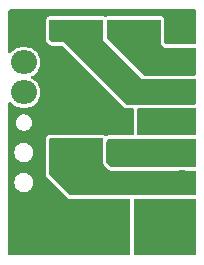
<source format=gbr>
%TF.GenerationSoftware,KiCad,Pcbnew,8.0.4*%
%TF.CreationDate,2024-09-16T17:08:53-03:00*%
%TF.ProjectId,PCBWay-Module_TA6586,50434257-6179-42d4-9d6f-64756c655f54,rev?*%
%TF.SameCoordinates,Original*%
%TF.FileFunction,Copper,L2,Bot*%
%TF.FilePolarity,Positive*%
%FSLAX46Y46*%
G04 Gerber Fmt 4.6, Leading zero omitted, Abs format (unit mm)*
G04 Created by KiCad (PCBNEW 8.0.4) date 2024-09-16 17:08:53*
%MOMM*%
%LPD*%
G01*
G04 APERTURE LIST*
G04 Aperture macros list*
%AMRoundRect*
0 Rectangle with rounded corners*
0 $1 Rounding radius*
0 $2 $3 $4 $5 $6 $7 $8 $9 X,Y pos of 4 corners*
0 Add a 4 corners polygon primitive as box body*
4,1,4,$2,$3,$4,$5,$6,$7,$8,$9,$2,$3,0*
0 Add four circle primitives for the rounded corners*
1,1,$1+$1,$2,$3*
1,1,$1+$1,$4,$5*
1,1,$1+$1,$6,$7*
1,1,$1+$1,$8,$9*
0 Add four rect primitives between the rounded corners*
20,1,$1+$1,$2,$3,$4,$5,0*
20,1,$1+$1,$4,$5,$6,$7,0*
20,1,$1+$1,$6,$7,$8,$9,0*
20,1,$1+$1,$8,$9,$2,$3,0*%
G04 Aperture macros list end*
%TA.AperFunction,ComponentPad*%
%ADD10RoundRect,0.250000X0.850000X0.750000X-0.850000X0.750000X-0.850000X-0.750000X0.850000X-0.750000X0*%
%TD*%
%TA.AperFunction,ComponentPad*%
%ADD11O,2.200000X2.000000*%
%TD*%
%TA.AperFunction,SMDPad,CuDef*%
%ADD12RoundRect,0.250000X0.475000X-0.250000X0.475000X0.250000X-0.475000X0.250000X-0.475000X-0.250000X0*%
%TD*%
%TA.AperFunction,ViaPad*%
%ADD13C,0.600000*%
%TD*%
G04 APERTURE END LIST*
D10*
%TO.P,J1,1,Pin_1*%
%TO.N,GND*%
X140000000Y-69500000D03*
D11*
%TO.P,J1,2,Pin_2*%
%TO.N,/IN_B2*%
X140000000Y-72040000D03*
%TO.P,J1,3,Pin_3*%
%TO.N,/IN_B1*%
X140000000Y-74580000D03*
%TO.P,J1,7,Pin_7*%
%TO.N,GND*%
X140000000Y-84740000D03*
%TD*%
D12*
%TO.P,C1,1*%
%TO.N,/OUT_B2*%
X150550000Y-74250000D03*
%TO.P,C1,2*%
%TO.N,/OUT_B1*%
X150550000Y-72350000D03*
%TD*%
%TO.P,C2,1*%
%TO.N,/OUT_A2*%
X150550000Y-82000000D03*
%TO.P,C2,2*%
%TO.N,/OUT_A1*%
X150550000Y-80100000D03*
%TD*%
D10*
%TO.P,J2,1,Pin_1*%
%TO.N,GND*%
X153400000Y-69500000D03*
D11*
%TO.P,J2,2,Pin_2*%
%TO.N,/OUT_B1*%
X153400000Y-72040000D03*
%TO.P,J2,3,Pin_3*%
%TO.N,/OUT_B2*%
X153400000Y-74580000D03*
%TO.P,J2,4,Pin_4*%
%TO.N,/VM*%
X153400000Y-77120000D03*
%TO.P,J2,5,Pin_5*%
%TO.N,/OUT_A1*%
X153400000Y-79660000D03*
%TO.P,J2,6,Pin_6*%
%TO.N,/OUT_A2*%
X153400000Y-82200000D03*
%TO.P,J2,7,Pin_7*%
%TO.N,/VM*%
X153400000Y-84740000D03*
%TD*%
D13*
%TO.N,/OUT_B2*%
X145600000Y-70850000D03*
X142950000Y-69300000D03*
X144225000Y-69300000D03*
X149500000Y-74500000D03*
X146500000Y-71750000D03*
X150900000Y-74550000D03*
X145500000Y-69300000D03*
X147450000Y-72650000D03*
X148500000Y-73700000D03*
%TO.N,/OUT_B1*%
X148050000Y-69300000D03*
X150600000Y-69300000D03*
X150950000Y-71900000D03*
X149800000Y-70800000D03*
X149325000Y-69300000D03*
%TO.N,/OUT_A1*%
X148050000Y-79600000D03*
X149325000Y-79600000D03*
X150600000Y-79600000D03*
%TO.N,/OUT_A2*%
X151550000Y-82150000D03*
X145500000Y-79600000D03*
X147350000Y-82150000D03*
X149600000Y-82150000D03*
X144600000Y-82150000D03*
X142950000Y-79600000D03*
X142950000Y-81050000D03*
X145500000Y-81050000D03*
X144225000Y-79600000D03*
%TO.N,GND*%
X146100000Y-84250000D03*
X141350000Y-86650000D03*
X143150000Y-71600000D03*
X143950000Y-74450000D03*
X146050000Y-74450000D03*
X148060000Y-76900000D03*
X144950000Y-75250000D03*
X148050000Y-85550000D03*
X141950000Y-72500000D03*
X144050000Y-72500000D03*
X145000000Y-73400000D03*
X147050000Y-75250000D03*
X141350000Y-87650000D03*
X142900000Y-73400000D03*
X139350000Y-86650000D03*
X139350000Y-87650000D03*
X141650000Y-70900000D03*
X140350000Y-86650000D03*
X148060000Y-87220000D03*
X148050000Y-84250000D03*
X146100000Y-85550000D03*
X140350000Y-87650000D03*
%TO.N,/VM*%
X153750000Y-86600000D03*
X151800000Y-87900000D03*
X151850000Y-76900000D03*
X151800000Y-86600000D03*
X153750000Y-87900000D03*
X151800000Y-85550000D03*
X151800000Y-84250000D03*
X150600000Y-76900000D03*
X149850000Y-85550000D03*
X150600000Y-87220000D03*
X149850000Y-84250000D03*
%TD*%
%TA.AperFunction,Conductor*%
%TO.N,/VM*%
G36*
X154558691Y-83624407D02*
G01*
X154594655Y-83673907D01*
X154599500Y-83704500D01*
X154599500Y-88250500D01*
X154580593Y-88308691D01*
X154531093Y-88344655D01*
X154500500Y-88349500D01*
X149399000Y-88349500D01*
X149340809Y-88330593D01*
X149304845Y-88281093D01*
X149300000Y-88250500D01*
X149300000Y-83704500D01*
X149318907Y-83646309D01*
X149368407Y-83610345D01*
X149399000Y-83605500D01*
X154500500Y-83605500D01*
X154558691Y-83624407D01*
G37*
%TD.AperFunction*%
%TD*%
%TA.AperFunction,Conductor*%
%TO.N,/OUT_A1*%
G36*
X154558691Y-78518907D02*
G01*
X154594655Y-78568407D01*
X154599500Y-78599000D01*
X154599500Y-80801000D01*
X154580593Y-80859191D01*
X154531093Y-80895155D01*
X154500500Y-80900000D01*
X153612599Y-80900000D01*
X153604836Y-80899695D01*
X153602357Y-80899500D01*
X153602352Y-80899500D01*
X153197648Y-80899500D01*
X153197643Y-80899500D01*
X153195164Y-80899695D01*
X153187401Y-80900000D01*
X147441008Y-80900000D01*
X147382817Y-80881093D01*
X147371004Y-80871004D01*
X147028996Y-80528996D01*
X147001219Y-80474479D01*
X147000000Y-80458992D01*
X147000000Y-78741008D01*
X147018907Y-78682817D01*
X147028996Y-78671004D01*
X147171004Y-78528996D01*
X147225521Y-78501219D01*
X147241008Y-78500000D01*
X154500500Y-78500000D01*
X154558691Y-78518907D01*
G37*
%TD.AperFunction*%
%TD*%
%TA.AperFunction,Conductor*%
%TO.N,/OUT_B1*%
G36*
X151559191Y-68418907D02*
G01*
X151595155Y-68468407D01*
X151600000Y-68499000D01*
X151600000Y-70500000D01*
X151900000Y-70800000D01*
X152496809Y-70800000D01*
X152503933Y-70800426D01*
X152503940Y-70800323D01*
X152506895Y-70800499D01*
X152506898Y-70800500D01*
X152506901Y-70800500D01*
X154293099Y-70800500D01*
X154293102Y-70800500D01*
X154293104Y-70800499D01*
X154296060Y-70800323D01*
X154296066Y-70800426D01*
X154303191Y-70800000D01*
X154500500Y-70800000D01*
X154558691Y-70818907D01*
X154594655Y-70868407D01*
X154599500Y-70899000D01*
X154599500Y-73045500D01*
X154580593Y-73103691D01*
X154531093Y-73139655D01*
X154500500Y-73144500D01*
X150235508Y-73144500D01*
X150177317Y-73125593D01*
X150165504Y-73115504D01*
X147078996Y-70028996D01*
X147051219Y-69974479D01*
X147050000Y-69958992D01*
X147050000Y-68499000D01*
X147068907Y-68440809D01*
X147118407Y-68404845D01*
X147149000Y-68400000D01*
X151501000Y-68400000D01*
X151559191Y-68418907D01*
G37*
%TD.AperFunction*%
%TD*%
%TA.AperFunction,Conductor*%
%TO.N,/OUT_B2*%
G36*
X146659191Y-68418907D02*
G01*
X146695155Y-68468407D01*
X146700000Y-68499000D01*
X146700000Y-70100000D01*
X150050000Y-73450000D01*
X154500500Y-73450000D01*
X154558691Y-73468907D01*
X154594655Y-73518407D01*
X154599500Y-73549000D01*
X154599500Y-75501000D01*
X154580593Y-75559191D01*
X154531093Y-75595155D01*
X154500500Y-75600000D01*
X148741008Y-75600000D01*
X148682817Y-75581093D01*
X148671004Y-75571004D01*
X146550000Y-73450000D01*
X143400000Y-70300000D01*
X143399999Y-70300000D01*
X142391008Y-70300000D01*
X142332817Y-70281093D01*
X142321004Y-70271004D01*
X142178996Y-70128996D01*
X142151219Y-70074479D01*
X142150000Y-70058992D01*
X142150000Y-68499000D01*
X142168907Y-68440809D01*
X142218407Y-68404845D01*
X142249000Y-68400000D01*
X146601000Y-68400000D01*
X146659191Y-68418907D01*
G37*
%TD.AperFunction*%
%TD*%
%TA.AperFunction,Conductor*%
%TO.N,/VM*%
G36*
X154558691Y-75924407D02*
G01*
X154594655Y-75973907D01*
X154599500Y-76004500D01*
X154599500Y-78095500D01*
X154580593Y-78153691D01*
X154531093Y-78189655D01*
X154500500Y-78194500D01*
X149699000Y-78194500D01*
X149640809Y-78175593D01*
X149604845Y-78126093D01*
X149600000Y-78095500D01*
X149600000Y-76004500D01*
X149618907Y-75946309D01*
X149668407Y-75910345D01*
X149699000Y-75905500D01*
X154500500Y-75905500D01*
X154558691Y-75924407D01*
G37*
%TD.AperFunction*%
%TD*%
%TA.AperFunction,Conductor*%
%TO.N,/OUT_A2*%
G36*
X146695734Y-78468907D02*
G01*
X146731698Y-78518407D01*
X146731698Y-78579593D01*
X146728474Y-78588148D01*
X146728357Y-78588419D01*
X146709451Y-78646603D01*
X146694500Y-78741004D01*
X146694500Y-80458981D01*
X146695442Y-80482969D01*
X146696664Y-80498494D01*
X146697294Y-80505472D01*
X146729015Y-80613170D01*
X146756792Y-80667687D01*
X146782662Y-80703294D01*
X146812970Y-80745011D01*
X146812972Y-80745013D01*
X146812975Y-80745017D01*
X147154983Y-81087025D01*
X147172601Y-81103311D01*
X147184414Y-81113400D01*
X147189831Y-81117919D01*
X147189837Y-81117922D01*
X147189842Y-81117926D01*
X147288409Y-81171639D01*
X147288411Y-81171640D01*
X147346604Y-81190548D01*
X147346601Y-81190548D01*
X147441005Y-81205500D01*
X147441008Y-81205500D01*
X153187396Y-81205500D01*
X153187401Y-81205500D01*
X153199395Y-81205264D01*
X153204180Y-81205076D01*
X153208066Y-81205000D01*
X153591934Y-81205000D01*
X153595820Y-81205076D01*
X153600605Y-81205264D01*
X153612599Y-81205500D01*
X153612604Y-81205500D01*
X154500500Y-81205500D01*
X154558691Y-81224407D01*
X154594655Y-81273907D01*
X154599500Y-81304500D01*
X154599500Y-83201000D01*
X154580593Y-83259191D01*
X154531093Y-83295155D01*
X154500500Y-83300000D01*
X143991008Y-83300000D01*
X143932817Y-83281093D01*
X143921004Y-83271004D01*
X142178996Y-81528996D01*
X142151219Y-81474479D01*
X142150000Y-81458992D01*
X142150000Y-78549000D01*
X142168907Y-78490809D01*
X142218407Y-78454845D01*
X142249000Y-78450000D01*
X146637543Y-78450000D01*
X146695734Y-78468907D01*
G37*
%TD.AperFunction*%
%TD*%
%TA.AperFunction,Conductor*%
%TO.N,GND*%
G36*
X154558691Y-67569407D02*
G01*
X154594655Y-67618907D01*
X154599500Y-67649500D01*
X154599500Y-70395500D01*
X154580593Y-70453691D01*
X154531093Y-70489655D01*
X154500500Y-70494500D01*
X154303191Y-70494500D01*
X154288127Y-70494950D01*
X154287935Y-70494956D01*
X154284978Y-70495000D01*
X152515023Y-70495000D01*
X152512067Y-70494956D01*
X152496809Y-70494500D01*
X152496804Y-70494500D01*
X152067550Y-70494500D01*
X152009359Y-70475593D01*
X151997546Y-70465504D01*
X151934496Y-70402454D01*
X151906719Y-70347937D01*
X151905500Y-70332450D01*
X151905500Y-68499006D01*
X151905500Y-68499000D01*
X151901739Y-68451214D01*
X151896894Y-68420621D01*
X151890487Y-68390246D01*
X151842309Y-68288838D01*
X151842304Y-68288831D01*
X151806348Y-68239342D01*
X151806347Y-68239341D01*
X151806345Y-68239338D01*
X151752177Y-68182081D01*
X151752176Y-68182080D01*
X151752175Y-68182079D01*
X151653598Y-68128360D01*
X151653596Y-68128359D01*
X151595403Y-68109451D01*
X151595406Y-68109451D01*
X151501003Y-68094500D01*
X151501000Y-68094500D01*
X147149000Y-68094500D01*
X147101214Y-68098261D01*
X147084800Y-68100860D01*
X147070619Y-68103106D01*
X147070614Y-68103106D01*
X147040247Y-68109512D01*
X147040242Y-68109514D01*
X146938841Y-68157689D01*
X146938829Y-68157696D01*
X146933130Y-68161837D01*
X146874939Y-68180742D01*
X146827571Y-68168672D01*
X146797013Y-68152020D01*
X146753595Y-68128359D01*
X146695403Y-68109451D01*
X146695406Y-68109451D01*
X146601003Y-68094500D01*
X146601000Y-68094500D01*
X142249000Y-68094500D01*
X142201214Y-68098261D01*
X142184800Y-68100860D01*
X142170619Y-68103106D01*
X142170614Y-68103106D01*
X142140247Y-68109512D01*
X142140242Y-68109514D01*
X142038841Y-68157689D01*
X142038831Y-68157695D01*
X141989342Y-68193651D01*
X141932079Y-68247824D01*
X141878360Y-68346401D01*
X141878359Y-68346403D01*
X141859451Y-68404595D01*
X141844500Y-68498996D01*
X141844500Y-70058981D01*
X141845442Y-70082969D01*
X141846664Y-70098494D01*
X141847294Y-70105472D01*
X141879015Y-70213170D01*
X141906792Y-70267687D01*
X141932662Y-70303294D01*
X141962970Y-70345011D01*
X141962972Y-70345013D01*
X141962975Y-70345017D01*
X142104983Y-70487025D01*
X142122601Y-70503311D01*
X142134414Y-70513400D01*
X142139831Y-70517919D01*
X142139837Y-70517922D01*
X142139842Y-70517926D01*
X142238409Y-70571639D01*
X142238411Y-70571640D01*
X142296604Y-70590548D01*
X142296601Y-70590548D01*
X142391005Y-70605500D01*
X142391008Y-70605500D01*
X143232450Y-70605500D01*
X143290641Y-70624407D01*
X143302454Y-70634496D01*
X148454983Y-75787025D01*
X148472601Y-75803311D01*
X148484414Y-75813400D01*
X148489831Y-75817919D01*
X148489837Y-75817922D01*
X148489842Y-75817926D01*
X148588409Y-75871639D01*
X148588411Y-75871640D01*
X148646604Y-75890548D01*
X148646601Y-75890548D01*
X148741005Y-75905500D01*
X148741008Y-75905500D01*
X149195500Y-75905500D01*
X149253691Y-75924407D01*
X149289655Y-75973907D01*
X149294500Y-76004500D01*
X149294500Y-78095500D01*
X149275593Y-78153691D01*
X149226093Y-78189655D01*
X149195500Y-78194500D01*
X147241008Y-78194500D01*
X147226025Y-78195088D01*
X147217030Y-78195442D01*
X147201505Y-78196664D01*
X147194527Y-78197294D01*
X147086829Y-78229015D01*
X147032310Y-78256793D01*
X147031405Y-78257451D01*
X147031047Y-78257567D01*
X147028991Y-78258827D01*
X147028688Y-78258333D01*
X146973211Y-78276350D01*
X146915023Y-78257435D01*
X146901309Y-78245387D01*
X146888721Y-78232082D01*
X146888718Y-78232079D01*
X146790141Y-78178360D01*
X146790139Y-78178359D01*
X146731946Y-78159451D01*
X146731949Y-78159451D01*
X146637546Y-78144500D01*
X146637543Y-78144500D01*
X142249000Y-78144500D01*
X142201214Y-78148261D01*
X142184800Y-78150860D01*
X142170619Y-78153106D01*
X142170614Y-78153106D01*
X142140247Y-78159512D01*
X142140242Y-78159514D01*
X142038841Y-78207689D01*
X142038831Y-78207695D01*
X141989342Y-78243651D01*
X141932079Y-78297824D01*
X141878360Y-78396401D01*
X141878359Y-78396403D01*
X141859451Y-78454595D01*
X141844500Y-78548996D01*
X141844500Y-81458981D01*
X141845442Y-81482969D01*
X141846664Y-81498494D01*
X141847294Y-81505472D01*
X141868719Y-81578214D01*
X141879015Y-81613170D01*
X141906792Y-81667687D01*
X141922793Y-81689711D01*
X141962970Y-81745011D01*
X141962972Y-81745013D01*
X141962975Y-81745017D01*
X143704983Y-83487025D01*
X143722601Y-83503311D01*
X143734414Y-83513400D01*
X143739831Y-83517919D01*
X143739837Y-83517922D01*
X143739842Y-83517926D01*
X143838409Y-83571639D01*
X143838411Y-83571640D01*
X143896604Y-83590548D01*
X143896601Y-83590548D01*
X143991005Y-83605500D01*
X143991008Y-83605500D01*
X148895500Y-83605500D01*
X148953691Y-83624407D01*
X148989655Y-83673907D01*
X148994500Y-83704500D01*
X148994500Y-88250500D01*
X148975593Y-88308691D01*
X148926093Y-88344655D01*
X148895500Y-88349500D01*
X138799500Y-88349500D01*
X138741309Y-88330593D01*
X138705345Y-88281093D01*
X138700500Y-88250500D01*
X138700500Y-82121155D01*
X139199500Y-82121155D01*
X139199500Y-82278844D01*
X139230263Y-82433496D01*
X139230263Y-82433498D01*
X139290603Y-82579174D01*
X139290609Y-82579185D01*
X139343312Y-82658059D01*
X139378211Y-82710289D01*
X139489711Y-82821789D01*
X139567876Y-82874017D01*
X139620814Y-82909390D01*
X139620825Y-82909396D01*
X139674638Y-82931685D01*
X139766503Y-82969737D01*
X139921158Y-83000500D01*
X139921159Y-83000500D01*
X140078841Y-83000500D01*
X140078842Y-83000500D01*
X140233497Y-82969737D01*
X140379179Y-82909394D01*
X140510289Y-82821789D01*
X140621789Y-82710289D01*
X140709394Y-82579179D01*
X140769737Y-82433497D01*
X140800500Y-82278842D01*
X140800500Y-82121158D01*
X140769737Y-81966503D01*
X140709394Y-81820821D01*
X140709393Y-81820819D01*
X140709390Y-81820814D01*
X140658739Y-81745011D01*
X140621789Y-81689711D01*
X140510289Y-81578211D01*
X140458059Y-81543312D01*
X140379185Y-81490609D01*
X140379174Y-81490603D01*
X140233497Y-81430263D01*
X140078844Y-81399500D01*
X140078842Y-81399500D01*
X139921158Y-81399500D01*
X139921155Y-81399500D01*
X139766503Y-81430263D01*
X139766501Y-81430263D01*
X139620825Y-81490603D01*
X139620814Y-81490609D01*
X139489711Y-81578211D01*
X139489707Y-81578214D01*
X139378214Y-81689707D01*
X139378211Y-81689711D01*
X139290609Y-81820814D01*
X139290603Y-81820825D01*
X139230263Y-81966501D01*
X139230263Y-81966503D01*
X139199500Y-82121155D01*
X138700500Y-82121155D01*
X138700500Y-79581155D01*
X139199500Y-79581155D01*
X139199500Y-79738844D01*
X139230263Y-79893496D01*
X139230263Y-79893498D01*
X139290603Y-80039174D01*
X139290609Y-80039185D01*
X139343312Y-80118059D01*
X139378211Y-80170289D01*
X139489711Y-80281789D01*
X139567876Y-80334017D01*
X139620814Y-80369390D01*
X139620825Y-80369396D01*
X139674638Y-80391685D01*
X139766503Y-80429737D01*
X139921158Y-80460500D01*
X139921159Y-80460500D01*
X140078841Y-80460500D01*
X140078842Y-80460500D01*
X140233497Y-80429737D01*
X140379179Y-80369394D01*
X140510289Y-80281789D01*
X140621789Y-80170289D01*
X140709394Y-80039179D01*
X140769737Y-79893497D01*
X140800500Y-79738842D01*
X140800500Y-79581158D01*
X140769737Y-79426503D01*
X140709394Y-79280821D01*
X140709393Y-79280819D01*
X140709390Y-79280814D01*
X140674017Y-79227876D01*
X140621789Y-79149711D01*
X140510289Y-79038211D01*
X140458059Y-79003312D01*
X140379185Y-78950609D01*
X140379174Y-78950603D01*
X140233497Y-78890263D01*
X140078844Y-78859500D01*
X140078842Y-78859500D01*
X139921158Y-78859500D01*
X139921155Y-78859500D01*
X139766503Y-78890263D01*
X139766501Y-78890263D01*
X139620825Y-78950603D01*
X139620814Y-78950609D01*
X139489711Y-79038211D01*
X139489707Y-79038214D01*
X139378214Y-79149707D01*
X139378211Y-79149711D01*
X139290609Y-79280814D01*
X139290603Y-79280825D01*
X139230263Y-79426501D01*
X139230263Y-79426503D01*
X139199500Y-79581155D01*
X138700500Y-79581155D01*
X138700500Y-77052875D01*
X139318500Y-77052875D01*
X139318500Y-77187124D01*
X139344690Y-77318785D01*
X139344690Y-77318787D01*
X139396060Y-77442806D01*
X139396066Y-77442817D01*
X139440934Y-77509965D01*
X139470645Y-77554431D01*
X139565569Y-77649355D01*
X139632114Y-77693819D01*
X139677182Y-77723933D01*
X139677193Y-77723939D01*
X139723005Y-77742914D01*
X139801214Y-77775310D01*
X139932878Y-77801500D01*
X139932879Y-77801500D01*
X140067121Y-77801500D01*
X140067122Y-77801500D01*
X140198786Y-77775310D01*
X140322811Y-77723937D01*
X140434431Y-77649355D01*
X140529355Y-77554431D01*
X140603937Y-77442811D01*
X140655310Y-77318786D01*
X140681500Y-77187122D01*
X140681500Y-77052878D01*
X140655310Y-76921214D01*
X140603937Y-76797189D01*
X140603936Y-76797187D01*
X140603933Y-76797182D01*
X140573819Y-76752114D01*
X140529355Y-76685569D01*
X140434431Y-76590645D01*
X140389965Y-76560934D01*
X140322817Y-76516066D01*
X140322806Y-76516060D01*
X140198786Y-76464690D01*
X140067124Y-76438500D01*
X140067122Y-76438500D01*
X139932878Y-76438500D01*
X139932875Y-76438500D01*
X139801214Y-76464690D01*
X139801212Y-76464690D01*
X139677193Y-76516060D01*
X139677182Y-76516066D01*
X139565569Y-76590645D01*
X139565565Y-76590648D01*
X139470648Y-76685565D01*
X139470645Y-76685569D01*
X139396066Y-76797182D01*
X139396060Y-76797193D01*
X139344690Y-76921212D01*
X139344690Y-76921214D01*
X139318500Y-77052875D01*
X138700500Y-77052875D01*
X138700500Y-75446263D01*
X138719407Y-75388072D01*
X138768907Y-75352108D01*
X138830093Y-75352108D01*
X138879591Y-75388070D01*
X138879593Y-75388073D01*
X138908029Y-75427213D01*
X138908031Y-75427215D01*
X138908034Y-75427219D01*
X139052781Y-75571966D01*
X139052784Y-75571968D01*
X139052786Y-75571970D01*
X139218386Y-75692285D01*
X139218390Y-75692287D01*
X139400781Y-75785220D01*
X139595466Y-75848477D01*
X139595467Y-75848477D01*
X139595470Y-75848478D01*
X139797645Y-75880500D01*
X139797648Y-75880500D01*
X140202355Y-75880500D01*
X140404529Y-75848478D01*
X140404530Y-75848477D01*
X140404534Y-75848477D01*
X140599219Y-75785220D01*
X140781610Y-75692287D01*
X140947219Y-75571966D01*
X141091966Y-75427219D01*
X141212287Y-75261610D01*
X141305220Y-75079219D01*
X141368477Y-74884534D01*
X141400500Y-74682352D01*
X141400500Y-74477648D01*
X141400500Y-74477644D01*
X141368478Y-74275470D01*
X141368477Y-74275466D01*
X141305220Y-74080781D01*
X141212287Y-73898390D01*
X141212285Y-73898386D01*
X141091970Y-73732786D01*
X141091967Y-73732783D01*
X141091966Y-73732781D01*
X140947219Y-73588034D01*
X140947215Y-73588031D01*
X140947213Y-73588029D01*
X140781613Y-73467714D01*
X140781609Y-73467712D01*
X140710847Y-73431657D01*
X140645201Y-73398209D01*
X140601937Y-73354945D01*
X140592366Y-73294513D01*
X140620143Y-73239997D01*
X140645199Y-73221791D01*
X140781610Y-73152287D01*
X140947219Y-73031966D01*
X141091966Y-72887219D01*
X141212287Y-72721610D01*
X141305220Y-72539219D01*
X141368477Y-72344534D01*
X141400500Y-72142352D01*
X141400500Y-71937648D01*
X141400500Y-71937644D01*
X141368478Y-71735470D01*
X141368477Y-71735466D01*
X141305220Y-71540781D01*
X141212287Y-71358390D01*
X141212285Y-71358386D01*
X141091970Y-71192786D01*
X141091967Y-71192783D01*
X141091966Y-71192781D01*
X140947219Y-71048034D01*
X140947215Y-71048031D01*
X140947213Y-71048029D01*
X140781613Y-70927714D01*
X140781609Y-70927712D01*
X140599219Y-70834780D01*
X140404529Y-70771521D01*
X140202355Y-70739500D01*
X140202352Y-70739500D01*
X139797648Y-70739500D01*
X139797645Y-70739500D01*
X139595470Y-70771521D01*
X139400780Y-70834780D01*
X139218390Y-70927712D01*
X139218386Y-70927714D01*
X139052786Y-71048029D01*
X138908032Y-71192783D01*
X138879593Y-71231927D01*
X138830093Y-71267891D01*
X138768907Y-71267891D01*
X138719407Y-71231927D01*
X138700500Y-71173736D01*
X138700500Y-67649500D01*
X138719407Y-67591309D01*
X138768907Y-67555345D01*
X138799500Y-67550500D01*
X154500500Y-67550500D01*
X154558691Y-67569407D01*
G37*
%TD.AperFunction*%
%TD*%
M02*

</source>
